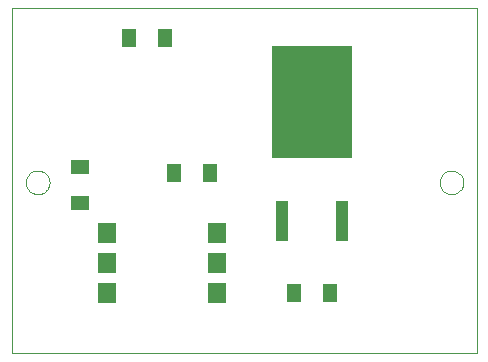
<source format=gbp>
G75*
%MOIN*%
%OFA0B0*%
%FSLAX24Y24*%
%IPPOS*%
%LPD*%
%AMOC8*
5,1,8,0,0,1.08239X$1,22.5*
%
%ADD10C,0.0000*%
%ADD11R,0.0598X0.0701*%
%ADD12R,0.0394X0.1339*%
%ADD13R,0.2677X0.3780*%
%ADD14R,0.0512X0.0630*%
%ADD15R,0.0630X0.0512*%
D10*
X000100Y000100D02*
X000100Y011596D01*
X015600Y011596D01*
X015600Y000100D01*
X000100Y000100D01*
X000576Y005800D02*
X000578Y005839D01*
X000584Y005878D01*
X000594Y005916D01*
X000607Y005953D01*
X000624Y005988D01*
X000644Y006022D01*
X000668Y006053D01*
X000695Y006082D01*
X000724Y006108D01*
X000756Y006131D01*
X000790Y006151D01*
X000826Y006167D01*
X000863Y006179D01*
X000902Y006188D01*
X000941Y006193D01*
X000980Y006194D01*
X001019Y006191D01*
X001058Y006184D01*
X001095Y006173D01*
X001132Y006159D01*
X001167Y006141D01*
X001200Y006120D01*
X001231Y006095D01*
X001259Y006068D01*
X001284Y006038D01*
X001306Y006005D01*
X001325Y005971D01*
X001340Y005935D01*
X001352Y005897D01*
X001360Y005859D01*
X001364Y005820D01*
X001364Y005780D01*
X001360Y005741D01*
X001352Y005703D01*
X001340Y005665D01*
X001325Y005629D01*
X001306Y005595D01*
X001284Y005562D01*
X001259Y005532D01*
X001231Y005505D01*
X001200Y005480D01*
X001167Y005459D01*
X001132Y005441D01*
X001095Y005427D01*
X001058Y005416D01*
X001019Y005409D01*
X000980Y005406D01*
X000941Y005407D01*
X000902Y005412D01*
X000863Y005421D01*
X000826Y005433D01*
X000790Y005449D01*
X000756Y005469D01*
X000724Y005492D01*
X000695Y005518D01*
X000668Y005547D01*
X000644Y005578D01*
X000624Y005612D01*
X000607Y005647D01*
X000594Y005684D01*
X000584Y005722D01*
X000578Y005761D01*
X000576Y005800D01*
X014366Y005800D02*
X014368Y005839D01*
X014374Y005878D01*
X014384Y005916D01*
X014397Y005953D01*
X014414Y005988D01*
X014434Y006022D01*
X014458Y006053D01*
X014485Y006082D01*
X014514Y006108D01*
X014546Y006131D01*
X014580Y006151D01*
X014616Y006167D01*
X014653Y006179D01*
X014692Y006188D01*
X014731Y006193D01*
X014770Y006194D01*
X014809Y006191D01*
X014848Y006184D01*
X014885Y006173D01*
X014922Y006159D01*
X014957Y006141D01*
X014990Y006120D01*
X015021Y006095D01*
X015049Y006068D01*
X015074Y006038D01*
X015096Y006005D01*
X015115Y005971D01*
X015130Y005935D01*
X015142Y005897D01*
X015150Y005859D01*
X015154Y005820D01*
X015154Y005780D01*
X015150Y005741D01*
X015142Y005703D01*
X015130Y005665D01*
X015115Y005629D01*
X015096Y005595D01*
X015074Y005562D01*
X015049Y005532D01*
X015021Y005505D01*
X014990Y005480D01*
X014957Y005459D01*
X014922Y005441D01*
X014885Y005427D01*
X014848Y005416D01*
X014809Y005409D01*
X014770Y005406D01*
X014731Y005407D01*
X014692Y005412D01*
X014653Y005421D01*
X014616Y005433D01*
X014580Y005449D01*
X014546Y005469D01*
X014514Y005492D01*
X014485Y005518D01*
X014458Y005547D01*
X014434Y005578D01*
X014414Y005612D01*
X014397Y005647D01*
X014384Y005684D01*
X014374Y005722D01*
X014368Y005761D01*
X014366Y005800D01*
D11*
X006929Y004100D03*
X006929Y003100D03*
X006929Y002100D03*
X003271Y002100D03*
X003271Y003100D03*
X003271Y004100D03*
D12*
X009100Y004502D03*
X011100Y004502D03*
D13*
X010100Y008478D03*
D14*
X006700Y006100D03*
X005500Y006100D03*
X009500Y002100D03*
X010700Y002100D03*
X005200Y010600D03*
X004000Y010600D03*
D15*
X002380Y006320D03*
X002380Y005120D03*
M02*

</source>
